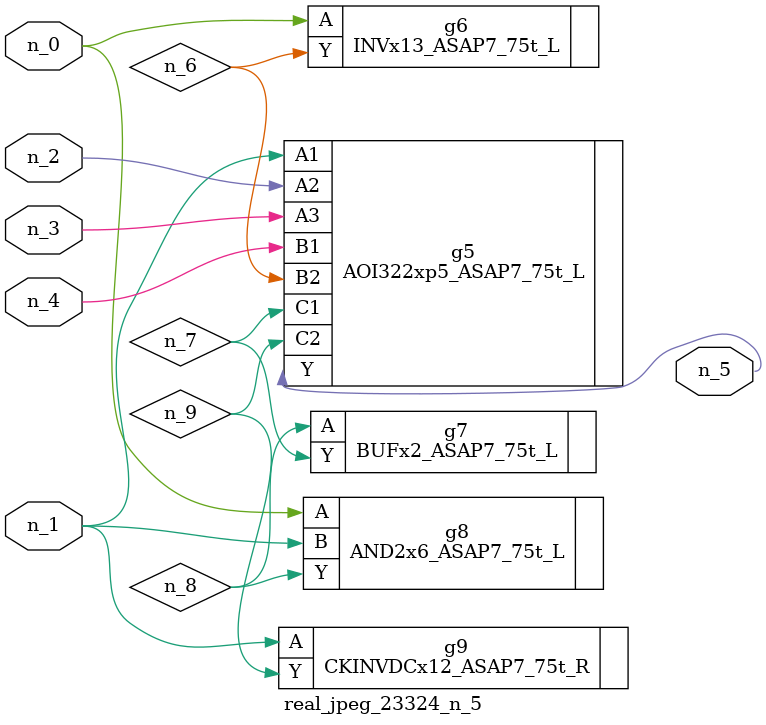
<source format=v>
module real_jpeg_23324_n_5 (n_4, n_0, n_1, n_2, n_3, n_5);

input n_4;
input n_0;
input n_1;
input n_2;
input n_3;

output n_5;

wire n_8;
wire n_6;
wire n_7;
wire n_9;

INVx13_ASAP7_75t_L g6 ( 
.A(n_0),
.Y(n_6)
);

AND2x6_ASAP7_75t_L g8 ( 
.A(n_0),
.B(n_1),
.Y(n_8)
);

AOI322xp5_ASAP7_75t_L g5 ( 
.A1(n_1),
.A2(n_2),
.A3(n_3),
.B1(n_4),
.B2(n_6),
.C1(n_7),
.C2(n_9),
.Y(n_5)
);

CKINVDCx12_ASAP7_75t_R g9 ( 
.A(n_1),
.Y(n_9)
);

BUFx2_ASAP7_75t_L g7 ( 
.A(n_8),
.Y(n_7)
);


endmodule
</source>
